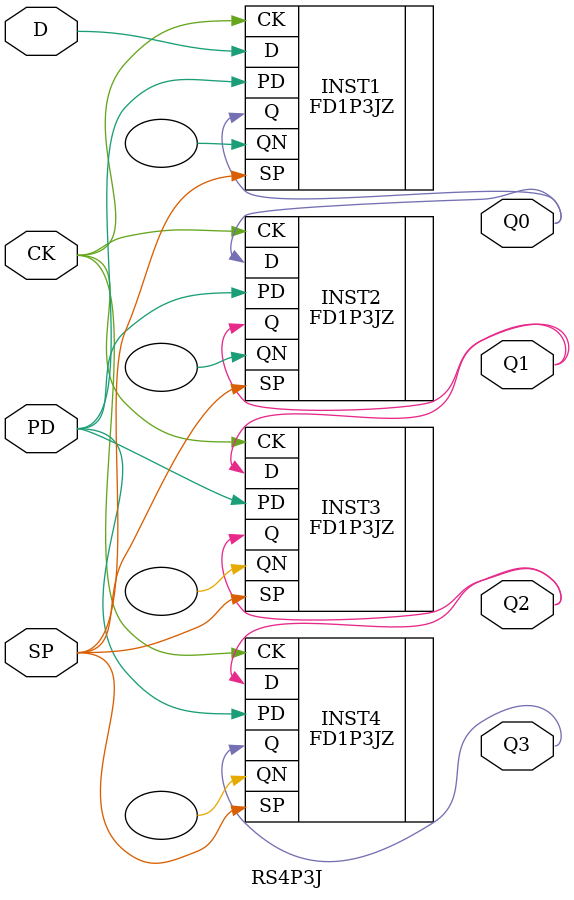
<source format=v>
`resetall
`timescale 1 ns / 100 ps

/* Created by DB2VERILOG Version 1.0.1.1 on Tue May 17 11:02:43 1994 */
/* module compiled from "lsl2db 3.6.4" run */

`celldefine
module RS4P3J (D, SP, CK, PD, Q0, Q1, Q2, Q3);
input  D, SP, CK, PD;
output Q0, Q1, Q2, Q3;
FD1P3JZ INST1 (.D(D), .SP(SP), .CK(CK), .PD(PD), .Q(Q0), .QN());
FD1P3JZ INST2 (.D(Q0), .SP(SP), .CK(CK), .PD(PD), .Q(Q1), .QN());
FD1P3JZ INST3 (.D(Q1), .SP(SP), .CK(CK), .PD(PD), .Q(Q2), .QN());
FD1P3JZ INST4 (.D(Q2), .SP(SP), .CK(CK), .PD(PD), .Q(Q3), .QN());

endmodule
`endcelldefine

</source>
